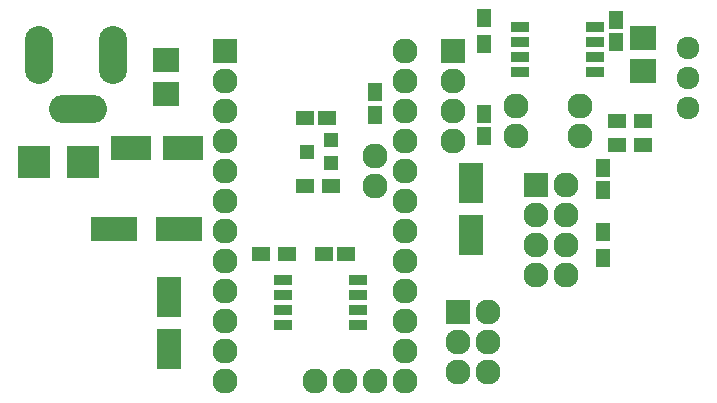
<source format=gts>
G04 #@! TF.FileFunction,Soldermask,Top*
%FSLAX46Y46*%
G04 Gerber Fmt 4.6, Leading zero omitted, Abs format (unit mm)*
G04 Created by KiCad (PCBNEW 4.0.2-stable) date 19-2-2017 13:23:34*
%MOMM*%
G01*
G04 APERTURE LIST*
%ADD10C,0.100000*%
%ADD11C,2.127200*%
%ADD12R,2.127200X2.127200*%
%ADD13O,2.127200X2.127200*%
%ADD14R,1.600000X1.150000*%
%ADD15R,1.150000X1.600000*%
%ADD16R,1.600000X1.300000*%
%ADD17R,1.300000X1.600000*%
%ADD18R,1.200100X1.200100*%
%ADD19R,1.543000X0.908000*%
%ADD20R,2.000200X3.399740*%
%ADD21R,3.399740X2.000200*%
%ADD22R,3.999180X2.000200*%
%ADD23C,1.924000*%
%ADD24R,2.200860X1.997660*%
%ADD25R,2.800000X2.700000*%
%ADD26O,2.400000X4.900000*%
%ADD27O,4.900000X2.400000*%
G04 APERTURE END LIST*
D10*
D11*
X52701900Y18651600D03*
D12*
X50161900Y18651600D03*
D13*
X52701900Y16111600D03*
X50161900Y16111600D03*
X52701900Y13571600D03*
X50161900Y13571600D03*
X52701900Y11031600D03*
X50161900Y11031600D03*
D14*
X32506400Y24303100D03*
X30606400Y24303100D03*
D15*
X36585600Y24579920D03*
X36585600Y26479920D03*
X55870000Y18200000D03*
X55870000Y20100000D03*
D14*
X34132000Y12771500D03*
X32232000Y12771500D03*
D15*
X56984360Y32597840D03*
X56984360Y30697840D03*
X45774360Y22727840D03*
X45774360Y24627840D03*
D12*
X43557900Y7843900D03*
D13*
X46097900Y7843900D03*
X43557900Y5303900D03*
X46097900Y5303900D03*
X43557900Y2763900D03*
X46097900Y2763900D03*
D16*
X30634200Y18575400D03*
X32834200Y18575400D03*
X29104360Y12747840D03*
X26904360Y12747840D03*
X59250000Y22040000D03*
X57050000Y22040000D03*
X59250000Y24080000D03*
X57050000Y24080000D03*
D17*
X45790560Y32725920D03*
X45790560Y30525920D03*
D18*
X32836560Y20495600D03*
X32836560Y22395600D03*
X30837580Y21445600D03*
D19*
X35163200Y10574400D03*
X35163200Y9304400D03*
X35163200Y8034400D03*
X35163200Y6764400D03*
X28813200Y6764400D03*
X28813200Y8034400D03*
X28813200Y9304400D03*
X28813200Y10574400D03*
X55183480Y32006920D03*
X55183480Y30736920D03*
X55183480Y29466920D03*
X55183480Y28196920D03*
X48833480Y28196920D03*
X48833480Y29466920D03*
X48833480Y30736920D03*
X48833480Y32006920D03*
D20*
X19092620Y4740020D03*
X19092620Y9139300D03*
D21*
X15943020Y21747860D03*
X20342300Y21747860D03*
D20*
X44688200Y18755740D03*
X44688200Y14356460D03*
D22*
X14479980Y14854300D03*
X19981620Y14854300D03*
D23*
X63103200Y27643200D03*
X63103200Y25103200D03*
X63103200Y30183200D03*
D11*
X53960100Y22728300D03*
X53960100Y25268300D03*
X48460100Y22728300D03*
X48460100Y25268300D03*
D17*
X55890000Y12400000D03*
X55890000Y14600000D03*
D12*
X43148960Y30000320D03*
D13*
X43148960Y27460320D03*
X43148960Y24920320D03*
X43148960Y22380320D03*
D24*
X59242400Y28242640D03*
X59242400Y31082360D03*
X18869100Y29164660D03*
X18869100Y26324940D03*
D11*
X39138300Y2040000D03*
X39138300Y4580000D03*
X39138300Y7120000D03*
X39138300Y9660000D03*
X39138300Y12200000D03*
X39138300Y14740000D03*
X39138300Y17280000D03*
X39138300Y19820000D03*
X39138300Y22360000D03*
X39138300Y24900000D03*
X39138300Y27440000D03*
X39138300Y29980000D03*
X36598300Y2040000D03*
X34058300Y2040000D03*
X31518300Y2040000D03*
D12*
X23898300Y29980000D03*
D11*
X23898300Y27440000D03*
X23898300Y24900000D03*
X23898300Y22360000D03*
X23898300Y19820000D03*
X23898300Y17280000D03*
X23898300Y14740000D03*
X23898300Y12200000D03*
X23898300Y9660000D03*
X23898300Y7120000D03*
X23898300Y4580000D03*
X23898300Y2040000D03*
X36598300Y21090000D03*
X36598300Y18550000D03*
D25*
X11860000Y20570000D03*
X7660000Y20570000D03*
D26*
X14380000Y29630000D03*
X8080000Y29630000D03*
D27*
X11380000Y25030000D03*
M02*

</source>
